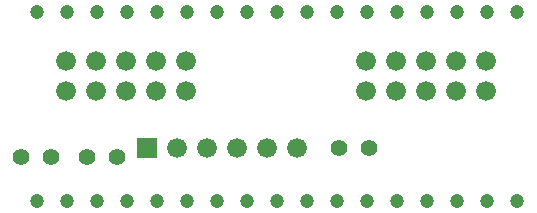
<source format=gbs>
G04 #@! TF.FileFunction,Soldermask,Bot*
%FSLAX46Y46*%
G04 Gerber Fmt 4.6, Leading zero omitted, Abs format (unit mm)*
G04 Created by KiCad (PCBNEW 0.201412191901+5326~19~ubuntu14.04.1-product) date Mon 22 Dec 2014 04:55:03 PM PST*
%MOMM*%
G01*
G04 APERTURE LIST*
%ADD10C,0.100000*%
%ADD11R,1.676400X1.676400*%
%ADD12C,1.676400*%
%ADD13C,1.397000*%
%ADD14C,1.200000*%
G04 APERTURE END LIST*
D10*
D11*
X161290000Y-99568000D03*
D12*
X163830000Y-99568000D03*
X166370000Y-99568000D03*
X168910000Y-99568000D03*
X171450000Y-99568000D03*
X173990000Y-99568000D03*
X154432000Y-94742000D03*
X154432000Y-92202000D03*
X156972000Y-94742000D03*
X156972000Y-92202000D03*
X159512000Y-94742000D03*
X159512000Y-92202000D03*
X162052000Y-94742000D03*
X162052000Y-92202000D03*
X164592000Y-94742000D03*
X164592000Y-92202000D03*
X179832000Y-94742000D03*
X179832000Y-92202000D03*
X182372000Y-94742000D03*
X182372000Y-92202000D03*
X184912000Y-94742000D03*
X184912000Y-92202000D03*
X187452000Y-94742000D03*
X187452000Y-92202000D03*
X189992000Y-94742000D03*
X189992000Y-92202000D03*
D13*
X153162000Y-100330000D03*
X150622000Y-100330000D03*
X156210000Y-100330000D03*
X158750000Y-100330000D03*
X180086000Y-99568000D03*
X177546000Y-99568000D03*
D14*
X152001100Y-88003600D03*
X154541100Y-88003600D03*
X157081100Y-88003600D03*
X159621100Y-88003600D03*
X162161100Y-88003600D03*
X164701100Y-88003600D03*
X167241100Y-88003600D03*
X169781100Y-88003600D03*
X172321100Y-88003600D03*
X174861100Y-88003600D03*
X177401100Y-88003600D03*
X179941100Y-88003600D03*
X182481100Y-88003600D03*
X185021100Y-88003600D03*
X187561100Y-88003600D03*
X190101100Y-88003600D03*
X192641100Y-88003600D03*
X152001100Y-104003600D03*
X154541100Y-104003600D03*
X157081100Y-104003600D03*
X159621100Y-104003600D03*
X162161100Y-104003600D03*
X164701100Y-104003600D03*
X167241100Y-104003600D03*
X169781100Y-104003600D03*
X172321100Y-104003600D03*
X174861100Y-104003600D03*
X177401100Y-104003600D03*
X179941100Y-104003600D03*
X182481100Y-104003600D03*
X185021100Y-104003600D03*
X187561100Y-104003600D03*
X190101100Y-104003600D03*
X192641100Y-104003600D03*
M02*

</source>
